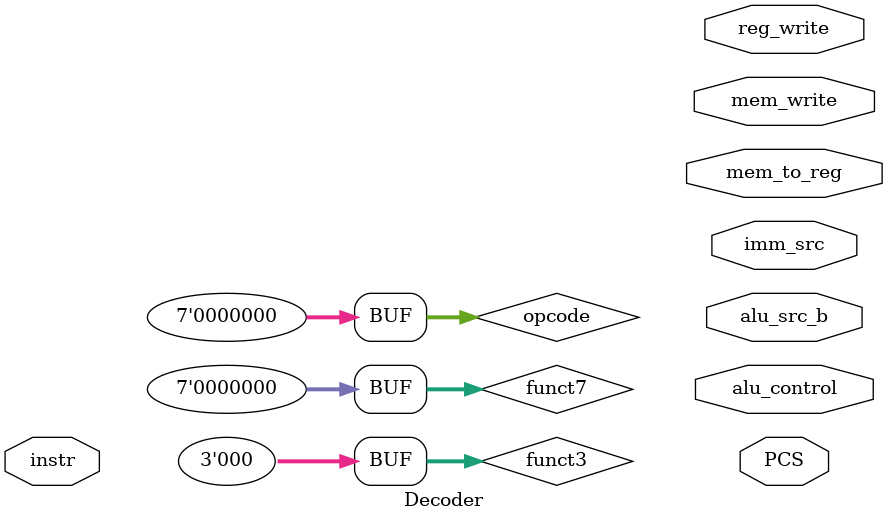
<source format=sv>
`timescale 1ns / 1ps


module Decoder(    
    input instr,
    output PCS,
    output mem_to_reg,
    output mem_write,
    output alu_control,
    output alu_src_b,
    output imm_src,
    output reg_write
    );
    
    logic [6:0] opcode;
    logic [2:0] funct3;
    logic [6:0] funct7;

    assign opcode = 0;
    assign funct3 = 0;
    assign funct7 = 0;
    
    always @(instr) begin

    end

endmodule

</source>
